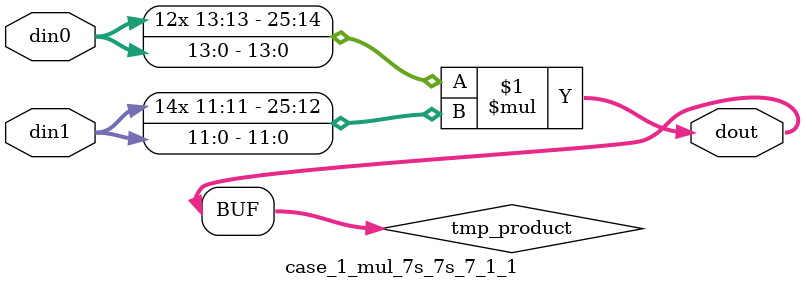
<source format=v>

`timescale 1 ns / 1 ps

 module case_1_mul_7s_7s_7_1_1(din0, din1, dout);
parameter ID = 1;
parameter NUM_STAGE = 0;
parameter din0_WIDTH = 14;
parameter din1_WIDTH = 12;
parameter dout_WIDTH = 26;

input [din0_WIDTH - 1 : 0] din0; 
input [din1_WIDTH - 1 : 0] din1; 
output [dout_WIDTH - 1 : 0] dout;

wire signed [dout_WIDTH - 1 : 0] tmp_product;



























assign tmp_product = $signed(din0) * $signed(din1);








assign dout = tmp_product;





















endmodule

</source>
